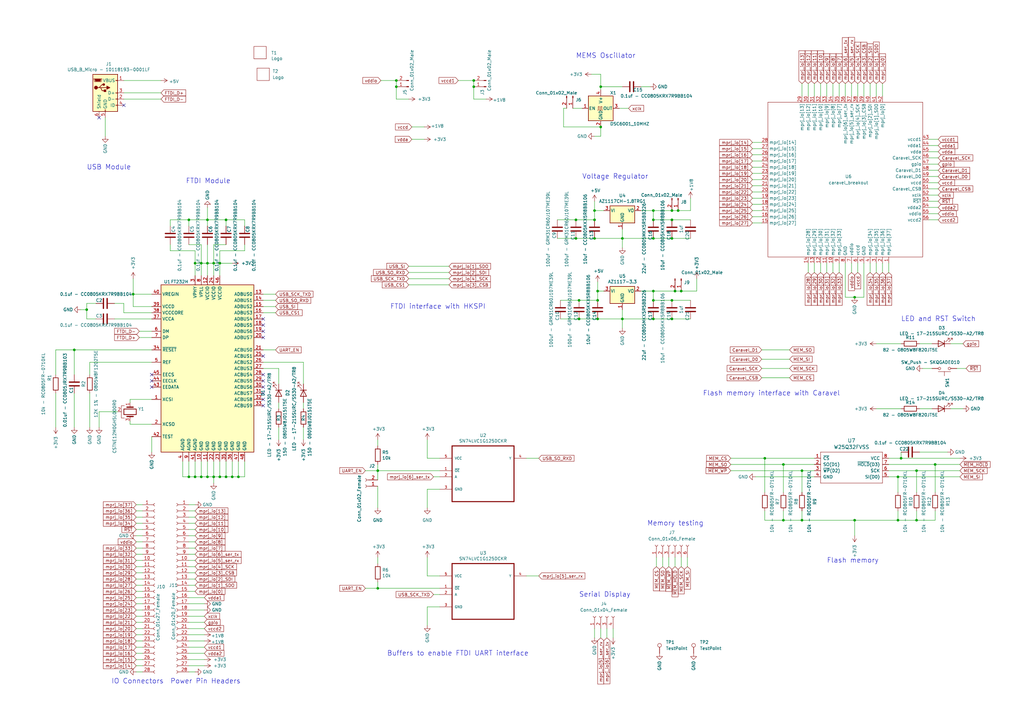
<source format=kicad_sch>
(kicad_sch (version 20211123) (generator eeschema)
  (paper "A3")
  (junction (at 375.92 213.36))
  (junction (at 246.38 35.56))
  (junction (at 245.11 123.19))
  (junction (at 275.59 86.36))
  (junction (at 267.97 130.81))
  (junction (at 97.79 195.58))
  (junction (at 246.38 52.07))
  (junction (at 276.86 119.38))
  (junction (at 237.49 123.19))
  (junction (at 85.09 90.17))
  (junction (at 245.11 119.38))
  (junction (at 85.09 195.58))
  (junction (at 368.3 195.58))
  (junction (at 243.84 86.36))
  (junction (at 236.22 97.79))
  (junction (at 30.48 143.51))
  (junction (at 368.3 213.36))
  (junction (at 328.93 213.36))
  (junction (at 375.92 193.04))
  (junction (at 85.09 107.95))
  (junction (at 267.97 97.79))
  (junction (at 267.97 90.17))
  (junction (at 278.13 86.36))
  (junction (at 313.69 187.96))
  (junction (at 154.94 241.3))
  (junction (at 92.71 195.58))
  (junction (at 77.47 195.58))
  (junction (at 243.84 97.79))
  (junction (at 245.11 130.81))
  (junction (at 77.47 90.17))
  (junction (at 275.59 130.81))
  (junction (at 87.63 195.58))
  (junction (at 383.54 190.5))
  (junction (at 87.63 107.95))
  (junction (at 54.61 120.65))
  (junction (at 275.59 123.19))
  (junction (at 194.31 33.02))
  (junction (at 162.56 33.02))
  (junction (at 350.52 213.36))
  (junction (at 267.97 119.38))
  (junction (at 255.27 97.79))
  (junction (at 35.56 127))
  (junction (at 267.97 123.19))
  (junction (at 237.49 130.81))
  (junction (at 350.52 121.92))
  (junction (at 90.17 195.58))
  (junction (at 243.84 90.17))
  (junction (at 236.22 90.17))
  (junction (at 82.55 195.58))
  (junction (at 328.93 193.04))
  (junction (at 275.59 90.17))
  (junction (at 275.59 97.79))
  (junction (at 90.17 107.95))
  (junction (at 194.31 35.56))
  (junction (at 267.97 86.36))
  (junction (at 80.01 107.95))
  (junction (at 162.56 35.56))
  (junction (at 154.94 193.04))
  (junction (at 369.57 187.96))
  (junction (at 279.4 119.38))
  (junction (at 321.31 190.5))
  (junction (at 95.25 195.58))
  (junction (at 80.01 195.58))
  (junction (at 321.31 213.36))
  (junction (at 92.71 90.17))
  (junction (at 82.55 107.95))
  (junction (at 255.27 130.81))
  (no_connect (at 107.95 138.43))
  (no_connect (at 107.95 133.35))
  (no_connect (at 62.23 158.75))
  (no_connect (at 62.23 153.67))
  (no_connect (at 62.23 156.21))
  (no_connect (at 107.95 130.81))
  (no_connect (at 107.95 146.05))
  (no_connect (at 107.95 135.89))
  (no_connect (at 40.64 48.26))
  (no_connect (at 50.8 43.18))
  (no_connect (at 107.95 163.83))
  (no_connect (at 107.95 158.75))
  (no_connect (at 107.95 156.21))
  (no_connect (at 107.95 161.29))
  (no_connect (at 107.95 166.37))
  (no_connect (at 107.95 153.67))
  (wire (pts (xy 22.86 161.29) (xy 22.86 175.26)))
  (wire (pts (xy 35.56 127) (xy 35.56 124.46)))
  (wire (pts (xy 359.41 111.76) (xy 359.41 107.95)))
  (wire (pts (xy 80.01 240.03) (xy 77.47 240.03)))
  (wire (pts (xy 312.42 151.13) (xy 323.85 151.13)))
  (wire (pts (xy 53.34 172.72) (xy 53.34 173.99)))
  (wire (pts (xy 54.61 120.65) (xy 62.23 120.65)))
  (wire (pts (xy 389.89 167.64) (xy 394.97 167.64)))
  (wire (pts (xy 180.34 187.96) (xy 175.26 187.96)))
  (wire (pts (xy 364.49 190.5) (xy 383.54 190.5)))
  (wire (pts (xy 55.88 252.73) (xy 58.42 252.73)))
  (wire (pts (xy 321.31 190.5) (xy 321.31 201.93)))
  (wire (pts (xy 30.48 143.51) (xy 62.23 143.51)))
  (wire (pts (xy 74.93 195.58) (xy 77.47 195.58)))
  (wire (pts (xy 346.71 39.37) (xy 346.71 34.29)))
  (wire (pts (xy 381 80.01) (xy 384.81 80.01)))
  (wire (pts (xy 58.42 237.49) (xy 55.88 237.49)))
  (wire (pts (xy 80.01 195.58) (xy 82.55 195.58)))
  (wire (pts (xy 90.17 113.03) (xy 90.17 107.95)))
  (wire (pts (xy 194.31 40.64) (xy 199.39 40.64)))
  (wire (pts (xy 100.33 90.17) (xy 100.33 92.71)))
  (wire (pts (xy 154.94 182.88) (xy 154.94 180.34)))
  (wire (pts (xy 229.87 130.81) (xy 237.49 130.81)))
  (wire (pts (xy 361.95 39.37) (xy 361.95 34.29)))
  (wire (pts (xy 90.17 107.95) (xy 90.17 102.87)))
  (wire (pts (xy 194.31 35.56) (xy 194.31 40.64)))
  (wire (pts (xy 361.95 111.76) (xy 361.95 107.95)))
  (wire (pts (xy 100.33 195.58) (xy 97.79 195.58)))
  (wire (pts (xy 321.31 209.55) (xy 321.31 213.36)))
  (wire (pts (xy 381 57.15) (xy 384.81 57.15)))
  (wire (pts (xy 154.94 208.28) (xy 154.94 199.39)))
  (wire (pts (xy 58.42 232.41) (xy 55.88 232.41)))
  (wire (pts (xy 124.46 180.34) (xy 124.46 175.26)))
  (wire (pts (xy 83.82 245.11) (xy 77.47 245.11)))
  (wire (pts (xy 381 82.55) (xy 384.81 82.55)))
  (wire (pts (xy 255.27 101.6) (xy 255.27 97.79)))
  (wire (pts (xy 275.59 123.19) (xy 283.21 123.19)))
  (wire (pts (xy 308.61 83.82) (xy 312.42 83.82)))
  (wire (pts (xy 46.99 124.46) (xy 50.8 124.46)))
  (wire (pts (xy 50.8 33.02) (xy 66.04 33.02)))
  (wire (pts (xy 246.38 36.83) (xy 246.38 35.56)))
  (wire (pts (xy 58.42 247.65) (xy 55.88 247.65)))
  (wire (pts (xy 124.46 148.59) (xy 107.95 148.59)))
  (wire (pts (xy 313.69 187.96) (xy 313.69 201.93)))
  (wire (pts (xy 359.41 39.37) (xy 359.41 34.29)))
  (wire (pts (xy 389.89 140.97) (xy 394.97 140.97)))
  (wire (pts (xy 275.59 86.36) (xy 278.13 86.36)))
  (wire (pts (xy 262.89 119.38) (xy 267.97 119.38)))
  (wire (pts (xy 80.01 102.87) (xy 69.85 102.87)))
  (wire (pts (xy 92.71 90.17) (xy 92.71 92.71)))
  (wire (pts (xy 80.01 214.63) (xy 77.47 214.63)))
  (wire (pts (xy 381 62.23) (xy 384.81 62.23)))
  (wire (pts (xy 92.71 189.23) (xy 92.71 195.58)))
  (wire (pts (xy 271.78 228.6) (xy 271.78 232.41)))
  (wire (pts (xy 334.01 111.76) (xy 334.01 107.95)))
  (wire (pts (xy 83.82 252.73) (xy 77.47 252.73)))
  (wire (pts (xy 85.09 195.58) (xy 87.63 195.58)))
  (wire (pts (xy 339.09 111.76) (xy 339.09 107.95)))
  (wire (pts (xy 55.88 270.51) (xy 58.42 270.51)))
  (wire (pts (xy 95.25 195.58) (xy 92.71 195.58)))
  (wire (pts (xy 87.63 100.33) (xy 92.71 100.33)))
  (wire (pts (xy 58.42 227.33) (xy 55.88 227.33)))
  (wire (pts (xy 175.26 256.54) (xy 175.26 248.92)))
  (wire (pts (xy 82.55 100.33) (xy 77.47 100.33)))
  (wire (pts (xy 168.91 52.07) (xy 173.99 52.07)))
  (wire (pts (xy 40.64 168.91) (xy 48.26 168.91)))
  (wire (pts (xy 299.72 187.96) (xy 313.69 187.96)))
  (wire (pts (xy 246.38 35.56) (xy 246.38 30.48)))
  (wire (pts (xy 383.54 213.36) (xy 383.54 209.55)))
  (wire (pts (xy 234.95 44.45) (xy 238.76 44.45)))
  (wire (pts (xy 30.48 161.29) (xy 30.48 175.26)))
  (wire (pts (xy 80.01 237.49) (xy 77.47 237.49)))
  (wire (pts (xy 167.64 111.76) (xy 184.15 111.76)))
  (wire (pts (xy 90.17 102.87) (xy 100.33 102.87)))
  (wire (pts (xy 50.8 128.27) (xy 62.23 128.27)))
  (wire (pts (xy 77.47 262.89) (xy 83.82 262.89)))
  (wire (pts (xy 175.26 180.34) (xy 175.26 187.96)))
  (wire (pts (xy 175.26 200.66) (xy 180.34 200.66)))
  (wire (pts (xy 58.42 242.57) (xy 55.88 242.57)))
  (wire (pts (xy 274.32 228.6) (xy 274.32 232.41)))
  (wire (pts (xy 80.01 217.17) (xy 77.47 217.17)))
  (wire (pts (xy 58.42 217.17) (xy 55.88 217.17)))
  (wire (pts (xy 308.61 66.04) (xy 312.42 66.04)))
  (wire (pts (xy 308.61 78.74) (xy 312.42 78.74)))
  (wire (pts (xy 77.47 265.43) (xy 83.82 265.43)))
  (wire (pts (xy 85.09 107.95) (xy 85.09 100.33)))
  (wire (pts (xy 83.82 273.05) (xy 77.47 273.05)))
  (wire (pts (xy 383.54 190.5) (xy 393.7 190.5)))
  (wire (pts (xy 267.97 123.19) (xy 275.59 123.19)))
  (wire (pts (xy 369.57 185.42) (xy 369.57 187.96)))
  (wire (pts (xy 243.84 86.36) (xy 243.84 82.55)))
  (wire (pts (xy 381 69.85) (xy 384.81 69.85)))
  (wire (pts (xy 341.63 39.37) (xy 341.63 34.29)))
  (wire (pts (xy 180.34 236.22) (xy 175.26 236.22)))
  (wire (pts (xy 275.59 90.17) (xy 267.97 90.17)))
  (wire (pts (xy 356.87 111.76) (xy 356.87 107.95)))
  (wire (pts (xy 312.42 154.94) (xy 323.85 154.94)))
  (wire (pts (xy 100.33 102.87) (xy 100.33 100.33)))
  (wire (pts (xy 255.27 97.79) (xy 255.27 93.98)))
  (wire (pts (xy 55.88 262.89) (xy 58.42 262.89)))
  (wire (pts (xy 368.3 213.36) (xy 375.92 213.36)))
  (wire (pts (xy 246.38 30.48) (xy 242.57 30.48)))
  (wire (pts (xy 80.01 209.55) (xy 77.47 209.55)))
  (wire (pts (xy 77.47 260.35) (xy 83.82 260.35)))
  (wire (pts (xy 313.69 213.36) (xy 321.31 213.36)))
  (wire (pts (xy 180.34 241.3) (xy 154.94 241.3)))
  (wire (pts (xy 177.8 195.58) (xy 180.34 195.58)))
  (wire (pts (xy 237.49 130.81) (xy 245.11 130.81)))
  (wire (pts (xy 69.85 102.87) (xy 69.85 100.33)))
  (wire (pts (xy 243.84 97.79) (xy 255.27 97.79)))
  (wire (pts (xy 154.94 196.85) (xy 154.94 193.04)))
  (wire (pts (xy 83.82 250.19) (xy 77.47 250.19)))
  (wire (pts (xy 58.42 250.19) (xy 55.88 250.19)))
  (wire (pts (xy 344.17 111.76) (xy 344.17 107.95)))
  (wire (pts (xy 231.14 44.45) (xy 232.41 44.45)))
  (wire (pts (xy 154.94 193.04) (xy 149.86 193.04)))
  (wire (pts (xy 381 77.47) (xy 384.81 77.47)))
  (wire (pts (xy 82.55 189.23) (xy 82.55 195.58)))
  (wire (pts (xy 276.86 119.38) (xy 279.4 119.38)))
  (wire (pts (xy 85.09 113.03) (xy 85.09 107.95)))
  (wire (pts (xy 308.61 58.42) (xy 312.42 58.42)))
  (wire (pts (xy 114.3 167.64) (xy 114.3 165.1)))
  (wire (pts (xy 375.92 193.04) (xy 393.7 193.04)))
  (wire (pts (xy 162.56 40.64) (xy 167.64 40.64)))
  (wire (pts (xy 313.69 213.36) (xy 313.69 209.55)))
  (wire (pts (xy 267.97 130.81) (xy 255.27 130.81)))
  (wire (pts (xy 194.31 33.02) (xy 194.31 35.56)))
  (wire (pts (xy 383.54 190.5) (xy 383.54 201.93)))
  (wire (pts (xy 392.43 151.13) (xy 396.24 151.13)))
  (wire (pts (xy 62.23 185.42) (xy 62.23 179.07)))
  (wire (pts (xy 80.01 224.79) (xy 77.47 224.79)))
  (wire (pts (xy 381 67.31) (xy 384.81 67.31)))
  (wire (pts (xy 80.01 212.09) (xy 77.47 212.09)))
  (wire (pts (xy 349.25 111.76) (xy 349.25 107.95)))
  (wire (pts (xy 247.65 119.38) (xy 245.11 119.38)))
  (wire (pts (xy 83.82 255.27) (xy 77.47 255.27)))
  (wire (pts (xy 308.61 81.28) (xy 312.42 81.28)))
  (wire (pts (xy 381 90.17) (xy 384.81 90.17)))
  (wire (pts (xy 328.93 39.37) (xy 328.93 34.29)))
  (wire (pts (xy 276.86 228.6) (xy 276.86 232.41)))
  (wire (pts (xy 236.22 97.79) (xy 243.84 97.79)))
  (wire (pts (xy 177.8 243.84) (xy 180.34 243.84)))
  (wire (pts (xy 341.63 111.76) (xy 341.63 107.95)))
  (wire (pts (xy 245.11 130.81) (xy 255.27 130.81)))
  (wire (pts (xy 267.97 86.36) (xy 275.59 86.36)))
  (wire (pts (xy 187.96 33.02) (xy 194.31 33.02)))
  (wire (pts (xy 77.47 207.01) (xy 80.01 207.01)))
  (wire (pts (xy 97.79 195.58) (xy 95.25 195.58)))
  (wire (pts (xy 55.88 257.81) (xy 58.42 257.81)))
  (wire (pts (xy 255.27 127) (xy 255.27 130.81)))
  (wire (pts (xy 55.88 267.97) (xy 58.42 267.97)))
  (wire (pts (xy 215.9 236.22) (xy 220.98 236.22)))
  (wire (pts (xy 62.23 130.81) (xy 46.99 130.81)))
  (wire (pts (xy 124.46 148.59) (xy 124.46 157.48)))
  (wire (pts (xy 54.61 114.3) (xy 54.61 120.65)))
  (wire (pts (xy 87.63 113.03) (xy 87.63 107.95)))
  (wire (pts (xy 90.17 195.58) (xy 87.63 195.58)))
  (wire (pts (xy 124.46 167.64) (xy 124.46 165.1)))
  (wire (pts (xy 275.59 90.17) (xy 283.21 90.17)))
  (wire (pts (xy 269.24 228.6) (xy 269.24 232.41)))
  (wire (pts (xy 245.11 115.57) (xy 245.11 119.38)))
  (wire (pts (xy 77.47 90.17) (xy 85.09 90.17)))
  (wire (pts (xy 58.42 219.71) (xy 55.88 219.71)))
  (wire (pts (xy 83.82 247.65) (xy 77.47 247.65)))
  (wire (pts (xy 267.97 130.81) (xy 275.59 130.81)))
  (wire (pts (xy 312.42 143.51) (xy 323.85 143.51)))
  (wire (pts (xy 237.49 123.19) (xy 245.11 123.19)))
  (wire (pts (xy 351.79 39.37) (xy 351.79 34.29)))
  (wire (pts (xy 350.52 219.71) (xy 350.52 213.36)))
  (wire (pts (xy 215.9 187.96) (xy 220.98 187.96)))
  (wire (pts (xy 35.56 130.81) (xy 39.37 130.81)))
  (wire (pts (xy 331.47 111.76) (xy 331.47 107.95)))
  (wire (pts (xy 85.09 107.95) (xy 87.63 107.95)))
  (wire (pts (xy 58.42 224.79) (xy 55.88 224.79)))
  (wire (pts (xy 77.47 90.17) (xy 69.85 90.17)))
  (wire (pts (xy 92.71 90.17) (xy 100.33 90.17)))
  (wire (pts (xy 336.55 111.76) (xy 336.55 107.95)))
  (wire (pts (xy 77.47 270.51) (xy 83.82 270.51)))
  (wire (pts (xy 82.55 195.58) (xy 85.09 195.58)))
  (wire (pts (xy 381 64.77) (xy 384.81 64.77)))
  (wire (pts (xy 308.61 91.44) (xy 312.42 91.44)))
  (wire (pts (xy 82.55 107.95) (xy 85.09 107.95)))
  (wire (pts (xy 368.3 195.58) (xy 393.7 195.58)))
  (wire (pts (xy 246.38 55.88) (xy 246.38 52.07)))
  (wire (pts (xy 55.88 273.05) (xy 58.42 273.05)))
  (wire (pts (xy 267.97 97.79) (xy 275.59 97.79)))
  (wire (pts (xy 77.47 257.81) (xy 83.82 257.81)))
  (wire (pts (xy 85.09 90.17) (xy 92.71 90.17)))
  (wire (pts (xy 36.83 153.67) (xy 36.83 148.59)))
  (wire (pts (xy 80.01 222.25) (xy 77.47 222.25)))
  (wire (pts (xy 267.97 123.19) (xy 267.97 119.38)))
  (wire (pts (xy 80.01 189.23) (xy 80.01 195.58)))
  (wire (pts (xy 279.4 119.38) (xy 285.75 119.38)))
  (wire (pts (xy 114.3 180.34) (xy 114.3 175.26)))
  (wire (pts (xy 167.64 109.22) (xy 184.15 109.22)))
  (wire (pts (xy 267.97 119.38) (xy 276.86 119.38)))
  (wire (pts (xy 381 72.39) (xy 384.81 72.39)))
  (wire (pts (xy 175.26 208.28) (xy 175.26 200.66)))
  (wire (pts (xy 58.42 245.11) (xy 55.88 245.11)))
  (wire (pts (xy 328.93 213.36) (xy 350.52 213.36)))
  (wire (pts (xy 328.93 193.04) (xy 328.93 201.93)))
  (wire (pts (xy 58.42 209.55) (xy 55.88 209.55)))
  (wire (pts (xy 285.75 114.3) (xy 285.75 119.38)))
  (wire (pts (xy 36.83 161.29) (xy 36.83 175.26)))
  (wire (pts (xy 381 85.09) (xy 384.81 85.09)))
  (wire (pts (xy 336.55 39.37) (xy 336.55 34.29)))
  (wire (pts (xy 58.42 275.59) (xy 55.88 275.59)))
  (wire (pts (xy 369.57 187.96) (xy 393.7 187.96)))
  (wire (pts (xy 231.14 44.45) (xy 231.14 52.07)))
  (wire (pts (xy 80.01 227.33) (xy 77.47 227.33)))
  (wire (pts (xy 87.63 107.95) (xy 90.17 107.95)))
  (wire (pts (xy 58.42 229.87) (xy 55.88 229.87)))
  (wire (pts (xy 30.48 153.67) (xy 30.48 143.51)))
  (wire (pts (xy 54.61 125.73) (xy 62.23 125.73)))
  (wire (pts (xy 381 74.93) (xy 384.81 74.93)))
  (wire (pts (xy 243.84 86.36) (xy 247.65 86.36)))
  (wire (pts (xy 308.61 71.12) (xy 312.42 71.12)))
  (wire (pts (xy 85.09 92.71) (xy 85.09 90.17)))
  (wire (pts (xy 80.01 242.57) (xy 77.47 242.57)))
  (wire (pts (xy 262.89 86.36) (xy 267.97 86.36)))
  (wire (pts (xy 55.88 265.43) (xy 58.42 265.43)))
  (wire (pts (xy 90.17 107.95) (xy 95.25 107.95)))
  (wire (pts (xy 80.01 107.95) (xy 82.55 107.95)))
  (wire (pts (xy 154.94 241.3) (xy 149.86 241.3)))
  (wire (pts (xy 243.84 90.17) (xy 243.84 86.36)))
  (wire (pts (xy 308.61 68.58) (xy 312.42 68.58)))
  (wire (pts (xy 36.83 148.59) (xy 62.23 148.59)))
  (wire (pts (xy 346.71 107.95) (xy 346.71 121.92)))
  (wire (pts (xy 43.18 48.26) (xy 43.18 55.88)))
  (wire (pts (xy 313.69 187.96) (xy 334.01 187.96)))
  (wire (pts (xy 351.79 111.76) (xy 351.79 107.95)))
  (wire (pts (xy 154.94 190.5) (xy 154.94 193.04)))
  (wire (pts (xy 229.87 123.19) (xy 237.49 123.19)))
  (wire (pts (xy 334.01 39.37) (xy 334.01 34.29)))
  (wire (pts (xy 255.27 97.79) (xy 267.97 97.79)))
  (wire (pts (xy 243.84 257.81) (xy 243.84 261.62)))
  (wire (pts (xy 262.89 35.56) (xy 266.7 35.56)))
  (wire (pts (xy 368.3 195.58) (xy 368.3 201.93)))
  (wire (pts (xy 236.22 90.17) (xy 243.84 90.17)))
  (wire (pts (xy 243.84 55.88) (xy 246.38 55.88)))
  (wire (pts (xy 35.56 124.46) (xy 39.37 124.46)))
  (wire (pts (xy 77.47 275.59) (xy 80.01 275.59)))
  (wire (pts (xy 82.55 107.95) (xy 82.55 100.33)))
  (wire (pts (xy 228.6 97.79) (xy 236.22 97.79)))
  (wire (pts (xy 364.49 193.04) (xy 375.92 193.04)))
  (wire (pts (xy 82.55 113.03) (xy 82.55 107.95)))
  (wire (pts (xy 87.63 189.23) (xy 87.63 195.58)))
  (wire (pts (xy 378.46 151.13) (xy 382.27 151.13)))
  (wire (pts (xy 57.15 135.89) (xy 62.23 135.89)))
  (wire (pts (xy 107.95 143.51) (xy 113.03 143.51)))
  (wire (pts (xy 90.17 189.23) (xy 90.17 195.58)))
  (wire (pts (xy 339.09 39.37) (xy 339.09 34.29)))
  (wire (pts (xy 275.59 130.81) (xy 283.21 130.81)))
  (wire (pts (xy 175.26 248.92) (xy 180.34 248.92)))
  (wire (pts (xy 283.21 81.28) (xy 283.21 86.36)))
  (wire (pts (xy 248.92 257.81) (xy 248.92 261.62)))
  (wire (pts (xy 58.42 222.25) (xy 55.88 222.25)))
  (wire (pts (xy 80.01 229.87) (xy 77.47 229.87)))
  (wire (pts (xy 33.02 127) (xy 35.56 127)))
  (wire (pts (xy 107.95 128.27) (xy 113.03 128.27)))
  (wire (pts (xy 364.49 111.76) (xy 364.49 107.95)))
  (wire (pts (xy 77.47 267.97) (xy 83.82 267.97)))
  (wire (pts (xy 346.71 121.92) (xy 350.52 121.92)))
  (wire (pts (xy 107.95 125.73) (xy 113.03 125.73)))
  (wire (pts (xy 80.01 232.41) (xy 77.47 232.41)))
  (wire (pts (xy 53.34 173.99) (xy 62.23 173.99)))
  (wire (pts (xy 58.42 212.09) (xy 55.88 212.09)))
  (wire (pts (xy 77.47 189.23) (xy 77.47 195.58)))
  (wire (pts (xy 350.52 213.36) (xy 368.3 213.36)))
  (wire (pts (xy 251.46 257.81) (xy 251.46 261.62)))
  (wire (pts (xy 50.8 40.64) (xy 66.04 40.64)))
  (wire (pts (xy 354.33 121.92) (xy 354.33 107.95)))
  (wire (pts (xy 77.47 195.58) (xy 80.01 195.58)))
  (wire (pts (xy 156.21 33.02) (xy 162.56 33.02)))
  (wire (pts (xy 54.61 120.65) (xy 54.61 125.73)))
  (wire (pts (xy 246.38 257.81) (xy 246.38 261.62)))
  (wire (pts (xy 308.61 60.96) (xy 312.42 60.96)))
  (wire (pts (xy 53.34 165.1) (xy 53.34 163.83)))
  (wire (pts (xy 100.33 189.23) (xy 100.33 195.58)))
  (wire (pts (xy 22.86 153.67) (xy 22.86 143.51)))
  (wire (pts (xy 308.61 73.66) (xy 312.42 73.66)))
  (wire (pts (xy 281.94 228.6) (xy 281.94 232.41)))
  (wire (pts (xy 22.86 143.51) (xy 30.48 143.51)))
  (wire (pts (xy 50.8 124.46) (xy 50.8 128.27)))
  (wire (pts (xy 85.09 90.17) (xy 85.09 85.09)))
  (wire (pts (xy 279.4 228.6) (xy 279.4 232.41)))
  (wire (pts (xy 55.88 260.35) (xy 58.42 260.35)))
  (wire (pts (xy 321.31 190.5) (xy 334.01 190.5)))
  (wire (pts (xy 114.3 151.13) (xy 114.3 157.48)))
  (wire (pts (xy 359.41 167.64) (xy 369.57 167.64)))
  (wire (pts (xy 375.92 213.36) (xy 383.54 213.36)))
  (wire (pts (xy 175.26 228.6) (xy 175.26 236.22)))
  (wire (pts (xy 344.17 39.37) (xy 344.17 34.29)))
  (wire (pts (xy 246.38 35.56) (xy 255.27 35.56)))
  (wire (pts (xy 107.95 123.19) (xy 113.03 123.19)))
  (wire (pts (xy 309.88 195.58) (xy 334.01 195.58)))
  (wire (pts (xy 80.01 219.71) (xy 77.47 219.71)))
  (wire (pts (xy 228.6 90.17) (xy 236.22 90.17)))
  (wire (pts (xy 58.42 207.01) (xy 55.88 207.01)))
  (wire (pts (xy 92.71 195.58) (xy 90.17 195.58)))
  (wire (pts (xy 278.13 86.36) (xy 283.21 86.36)))
  (wire (pts (xy 231.14 52.07) (xy 246.38 52.07)))
  (wire (pts (xy 87.63 198.12) (xy 87.63 195.58)))
  (wire (pts (xy 35.56 127) (xy 35.56 130.81)))
  (wire (pts (xy 328.93 193.04) (xy 334.01 193.04)))
  (wire (pts (xy 349.25 39.37) (xy 349.25 34.29)))
  (wire (pts (xy 168.91 57.15) (xy 173.99 57.15)))
  (wire (pts (xy 308.61 63.5) (xy 312.42 63.5)))
  (wire (pts (xy 245.11 119.38) (xy 245.11 123.19)))
  (wire (pts (xy 162.56 33.02) (xy 162.56 35.56)))
  (wire (pts (xy 356.87 39.37) (xy 356.87 34.29)))
  (wire (pts (xy 375.92 209.55) (xy 375.92 213.36)))
  (wire (pts (xy 255.27 130.81) (xy 255.27 134.62)))
  (wire (pts (xy 154.94 238.76) (xy 154.94 241.3)))
  (wire (pts (xy 377.19 185.42) (xy 388.62 185.42)))
  (wire (pts (xy 267.97 86.36) (xy 267.97 90.17)))
  (wire (pts (xy 308.61 86.36) (xy 312.42 86.36)))
  (wire (pts (xy 299.72 193.04) (xy 328.93 193.04)))
  (wire (pts (xy 87.63 107.95) (xy 87.63 100.33)))
  (wire (pts (xy 331.47 39.37) (xy 331.47 34.29)))
  (wire (pts (xy 275.59 97.79) (xy 283.21 97.79)))
  (wire (pts (xy 58.42 214.63) (xy 55.88 214.63)))
  (wire (pts (xy 154.94 231.14) (xy 154.94 228.6)))
  (wire (pts (xy 364.49 195.58) (xy 368.3 195.58)))
  (wire (pts (xy 74.93 189.23) (xy 74.93 195.58)))
  (wire (pts (xy 80.01 107.95) (xy 80.01 113.03)))
  (wire (pts (xy 180.34 193.04) (xy 154.94 193.04)))
  (wire (pts (xy 50.8 38.1) (xy 66.04 38.1)))
  (wire (pts (xy 377.19 140.97) (xy 382.27 140.97)))
  (wire (pts (xy 359.41 140.97) (xy 369.57 140.97)))
  (wire (pts (xy 85.09 189.23) (xy 85.09 195.58)))
  (wire (pts (xy 95.25 189.23) (xy 95.25 195.58)))
  (wire (pts (xy 350.52 121.92) (xy 354.33 121.92)))
  (wire (pts (xy 312.42 147.32) (xy 323.85 147.32)))
  (wire (pts (xy 53.34 163.83) (xy 62.23 163.83)))
  (wire (pts (xy 377.19 167.64) (xy 382.27 167.64)))
  (wire (pts (xy 58.42 240.03) (xy 55.88 240.03)))
  (wire (pts (xy 40.64 175.26) (xy 40.64 168.91)))
  (wire (pts (xy 184.15 114.3) (xy 167.64 114.3)))
  (wire (pts (xy 381 87.63) (xy 384.81 87.63)))
  (wire (pts (xy 308.61 88.9) (xy 312.42 88.9)))
  (wire (pts (xy 308.61 76.2) (xy 312.42 76.2)))
  (wire (pts (xy 354.33 39.37) (xy 354.33 34.29)))
  (wire (pts (xy 299.72 190.5) (xy 321.31 190.5)))
  (wire (pts (xy 375.92 193.04) (xy 375.92 201.93)))
  (wire (pts (xy 381 59.69) (xy 384.81 59.69)))
  (wire (pts (xy 69.85 90.17) (xy 69.85 92.71)))
  (wire (pts (xy 77.47 92.71) (xy 77.47 90.17)))
  (wire (pts (xy 58.42 234.95) (xy 55.88 234.95)))
  (wire (pts (xy 107.95 120.65) (xy 113.03 120.65)))
  (wire (pts (xy 167.64 116.84) (xy 184.15 116.84)))
  (wire (pts (xy 80.01 234.95) (xy 77.47 234.95)))
  (wire (pts (xy 57.15 138.43) (xy 62.23 138.43)))
  (wire (pts (xy 97.79 189.23) (xy 97.79 195.58)))
  (wire (pts (xy 162.56 35.56) (xy 162.56 40.64)))
  (wire (pts (xy 80.01 102.87) (xy 80.01 107.95)))
  (wire (pts (xy 321.31 213.36) (xy 328.93 213.36)))
  (wire (pts (xy 368.3 209.55) (xy 368.3 213.36)))
  (wire (pts (xy 364.49 187.96) (xy 369.57 187.96)))
  (wire (pts (xy 55.88 255.27) (xy 58.42 255.27)))
  (wire (pts (xy 328.93 209.55) (xy 328.93 213.36)))
  (wire (pts (xy 254 44.45) (xy 257.81 44.45)))
  (wire (pts (xy 114.3 151.13) (xy 107.95 151.13)))
  (text "Serial Display" (at 237.49 245.11 0) (effects (font (size 2 2)) (justify left bottom)))
  (text "LED and RST Switch\n" (at 369.57 132.08 0) (effects (font (size 2 2)) (justify left bottom)))
  (text "Flash memory interface with Caravel\n" (at 288.29 162.56 0) (effects (font (size 2 2)) (justify left bottom)))
  (text "Flash memory" (at 339.09 231.14 0) (effects (font (size 2 2)) (justify left bottom)))
  (text "Memory testing" (at 265.43 215.9 0) (effects (font (size 2 2)) (justify left bottom)))
  (text "FTDI interface with HKSPI\n" (at 160.02 127 0) (effects (font (size 2 2)) (justify left bottom)))
  (text "Power Pin Headers" (at 69.85 280.67 0) (effects (font (size 2 2)) (justify left bottom)))
  (text "Voltage Regulator\n" (at 238.76 73.66 0) (effects (font (size 2 2)) (justify left bottom)))
  (text "IO Connectors\n" (at 45.72 280.67 0) (effects (font (size 2 2)) (justify left bottom)))
  (text "FTDI Module\n\n" (at 76.2 78.74 0) (effects (font (size 2 2)) (justify left bottom)))
  (text "USB Module\n" (at 35.56 69.85 0) (effects (font (size 2 2)) (justify left bottom)))
  (text "MEMS Oscillator" (at 236.22 24.13 0) (effects (font (size 2 2)) (justify left bottom)))
  (text "Buffers to enable FTDI UART interface" (at 158.75 269.24 0) (effects (font (size 2 2)) (justify left bottom)))
  (global_label "mprj_io[18]" (shape input) (at 308.61 68.58 180) (property "Intersheet References" "${INTERSHEET_REFS}" (effects hide)))
  (global_label "mprj_io[5]_ser_rx" (shape input) (at 246.38 261.62 270) (property "Intersheet References" "${INTERSHEET_REFS}" (effects hide)))
  (global_label "Caravel_D0" (shape input) (at 384.81 72.39 0) (property "Intersheet References" "${INTERSHEET_REFS}" (effects hide)))
  (global_label "mprj_io[9]" (shape input) (at 339.09 34.29 90) (property "Intersheet References" "${INTERSHEET_REFS}" (effects hide)))
  (global_label "mprj_io[36]" (shape input) (at 361.95 111.76 270) (property "Intersheet References" "${INTERSHEET_REFS}" (effects hide)))
  (global_label "mprj_io[9]" (shape input) (at 80.01 219.71 0) (property "Intersheet References" "${INTERSHEET_REFS}" (effects hide)))
  (global_label "xclk" (shape input) (at 83.82 252.73 0) (property "Intersheet References" "${INTERSHEET_REFS}" (effects hide)))
  (global_label "MEM_SCK" (shape input) (at 323.85 151.13 0) (property "Intersheet References" "${INTERSHEET_REFS}" (effects hide)))
  (global_label "mprj_io[3]_CSB" (shape input) (at 184.15 116.84 0) (property "Intersheet References" "${INTERSHEET_REFS}" (effects hide)))
  (global_label "MEM_SI" (shape input) (at 281.94 232.41 270) (property "Intersheet References" "${INTERSHEET_REFS}" (effects hide)))
  (global_label "mprj_io[2]_SDI" (shape input) (at 80.01 237.49 0) (property "Intersheet References" "${INTERSHEET_REFS}" (effects hide)))
  (global_label "~{MEM_WP}" (shape input) (at 274.32 232.41 270) (property "Intersheet References" "${INTERSHEET_REFS}" (effects hide)))
  (global_label "USB_CS1" (shape input) (at 167.64 116.84 180) (property "Intersheet References" "${INTERSHEET_REFS}" (effects hide)))
  (global_label "UART_EN" (shape input) (at 149.86 193.04 180) (property "Intersheet References" "${INTERSHEET_REFS}" (effects hide)))
  (global_label "mprj_io[33]" (shape input) (at 55.88 224.79 180) (property "Intersheet References" "${INTERSHEET_REFS}" (effects hide)))
  (global_label "mprj_io[22]" (shape input) (at 308.61 78.74 180) (property "Intersheet References" "${INTERSHEET_REFS}" (effects hide)))
  (global_label "mprj_io[35]" (shape input) (at 359.41 111.76 270) (property "Intersheet References" "${INTERSHEET_REFS}" (effects hide)))
  (global_label "MEM_SCK" (shape input) (at 393.7 193.04 0) (property "Intersheet References" "${INTERSHEET_REFS}" (effects hide)))
  (global_label "mprj_io[29]" (shape input) (at 55.88 234.95 180) (property "Intersheet References" "${INTERSHEET_REFS}" (effects hide)))
  (global_label "vdda1" (shape input) (at 83.82 245.11 0) (property "Intersheet References" "${INTERSHEET_REFS}" (effects hide)))
  (global_label "gpio" (shape input) (at 83.82 255.27 0) (property "Intersheet References" "${INTERSHEET_REFS}" (effects hide)))
  (global_label "vddio" (shape input) (at 349.25 111.76 270) (property "Intersheet References" "${INTERSHEET_REFS}" (effects hide)))
  (global_label "~{RST}" (shape input) (at 396.24 151.13 0) (property "Intersheet References" "${INTERSHEET_REFS}" (effects hide)))
  (global_label "mprj_io[0]" (shape input) (at 80.01 242.57 0) (property "Intersheet References" "${INTERSHEET_REFS}" (effects hide)))
  (global_label "vccd2" (shape input) (at 384.81 90.17 0) (property "Intersheet References" "${INTERSHEET_REFS}" (effects hide)))
  (global_label "vccd1" (shape input) (at 187.96 33.02 180) (property "Intersheet References" "${INTERSHEET_REFS}" (effects hide)))
  (global_label "mprj_io[16]" (shape input) (at 55.88 267.97 180) (property "Intersheet References" "${INTERSHEET_REFS}" (effects hide)))
  (global_label "mprj_io[10]" (shape input) (at 80.01 217.17 0) (property "Intersheet References" "${INTERSHEET_REFS}" (effects hide)))
  (global_label "USB_SI" (shape input) (at 113.03 125.73 0) (property "Intersheet References" "${INTERSHEET_REFS}" (effects hide)))
  (global_label "mprj_io[32]" (shape input) (at 55.88 227.33 180) (property "Intersheet References" "${INTERSHEET_REFS}" (effects hide)))
  (global_label "mprj_io[37]" (shape input) (at 55.88 207.01 180) (property "Intersheet References" "${INTERSHEET_REFS}" (effects hide)))
  (global_label "mprj_io[19]" (shape input) (at 308.61 71.12 180) (property "Intersheet References" "${INTERSHEET_REFS}" (effects hide)))
  (global_label "MEM_SO" (shape input) (at 299.72 190.5 180) (property "Intersheet References" "${INTERSHEET_REFS}" (effects hide)))
  (global_label "FTDI_D+" (shape input) (at 66.04 38.1 0) (property "Intersheet References" "${INTERSHEET_REFS}" (effects hide)))
  (global_label "mprj_io[17]" (shape input) (at 308.61 66.04 180) (property "Intersheet References" "${INTERSHEET_REFS}" (effects hide)))
  (global_label "mprj_io[8]" (shape input) (at 80.01 222.25 0) (property "Intersheet References" "${INTERSHEET_REFS}" (effects hide)))
  (global_label "mprj_io[11]" (shape input) (at 334.01 34.29 90) (property "Intersheet References" "${INTERSHEET_REFS}" (effects hide)))
  (global_label "vddio" (shape input) (at 55.88 222.25 180) (property "Intersheet References" "${INTERSHEET_REFS}" (effects hide)))
  (global_label "mprj_io[2]_SDI" (shape input) (at 356.87 34.29 90) (property "Intersheet References" "${INTERSHEET_REFS}" (effects hide)))
  (global_label "mprj_io[6]_ser_tx" (shape input) (at 346.71 34.29 90) (property "Intersheet References" "${INTERSHEET_REFS}" (effects hide)))
  (global_label "mprj_io[4]_SCK" (shape input) (at 184.15 114.3 0) (property "Intersheet References" "${INTERSHEET_REFS}" (effects hide)))
  (global_label "mprj_io[33]" (shape input) (at 344.17 111.76 270) (property "Intersheet References" "${INTERSHEET_REFS}" (effects hide)))
  (global_label "mprj_io[10]" (shape input) (at 336.55 34.29 90) (property "Intersheet References" "${INTERSHEET_REFS}" (effects hide)))
  (global_label "USB_SO_RXD" (shape input) (at 113.03 123.19 0) (property "Intersheet References" "${INTERSHEET_REFS}" (effects hide)))
  (global_label "~{RST}" (shape input) (at 55.88 217.17 180) (property "Intersheet References" "${INTERSHEET_REFS}" (effects hide)))
  (global_label "mprj_io[13]" (shape input) (at 80.01 209.55 0) (property "Intersheet References" "${INTERSHEET_REFS}" (effects hide)))
  (global_label "mprj_io[7]" (shape input) (at 344.17 34.29 90) (property "Intersheet References" "${INTERSHEET_REFS}" (effects hide)))
  (global_label "UART_EN" (shape input) (at 149.86 241.3 180) (property "Intersheet References" "${INTERSHEET_REFS}" (effects hide)))
  (global_label "mprj_io[31]" (shape input) (at 55.88 229.87 180) (property "Intersheet References" "${INTERSHEET_REFS}" (effects hide)))
  (global_label "gpio" (shape input) (at 394.97 140.97 0) (property "Intersheet References" "${INTERSHEET_REFS}" (effects hide)))
  (global_label "mprj_io[23]" (shape input) (at 308.61 81.28 180) (property "Intersheet References" "${INTERSHEET_REFS}" (effects hide)))
  (global_label "mprj_io[11]" (shape input) (at 80.01 214.63 0) (property "Intersheet References" "${INTERSHEET_REFS}" (effects hide)))
  (global_label "vccd" (shape input) (at 351.79 111.76 270) (property "Intersheet References" "${INTERSHEET_REFS}" (effects hide)))
  (global_label "vccd" (shape input) (at 168.91 52.07 180) (property "Intersheet References" "${INTERSHEET_REFS}" (effects hide)))
  (global_label "USB_SCK_TXD" (shape input) (at 167.64 114.3 180) (property "Intersheet References" "${INTERSHEET_REFS}" (effects hide)))
  (global_label "mprj_io[20]" (shape input) (at 55.88 257.81 180) (property "Intersheet References" "${INTERSHEET_REFS}" (effects hide)))
  (global_label "Caravel_SCK" (shape input) (at 384.81 64.77 0) (property "Intersheet References" "${INTERSHEET_REFS}" (effects hide)))
  (global_label "UART_EN" (shape input) (at 113.03 143.51 0) (property "Intersheet References" "${INTERSHEET_REFS}" (effects hide)))
  (global_label "vddio" (shape input) (at 156.21 33.02 180) (property "Intersheet References" "${INTERSHEET_REFS}" (effects hide)))
  (global_label "vccd2" (shape input) (at 83.82 257.81 0) (property "Intersheet References" "${INTERSHEET_REFS}" (effects hide)))
  (global_label "mprj_io[12]" (shape input) (at 331.47 34.29 90) (property "Intersheet References" "${INTERSHEET_REFS}" (effects hide)))
  (global_label "mprj_io[0]" (shape input) (at 361.95 34.29 90) (property "Intersheet References" "${INTERSHEET_REFS}" (effects hide)))
  (global_label "mprj_io[5]_ser_rx" (shape input) (at 220.98 236.22 0) (property "Intersheet References" "${INTERSHEET_REFS}" (effects hide)))
  (global_label "mprj_io[31]" (shape input) (at 339.09 111.76 270) (property "Intersheet References" "${INTERSHEET_REFS}" (effects hide)))
  (global_label "mprj_io[37]" (shape input) (at 364.49 111.76 270) (property "Intersheet References" "${INTERSHEET_REFS}" (effects hide)))
  (global_label "mprj_io[21]" (shape input) (at 55.88 255.27 180) (property "Intersheet References" "${INTERSHEET_REFS}" (effects hide)))
  (global_label "vdda1" (shape input) (at 384.81 59.69 0) (property "Intersheet References" "${INTERSHEET_REFS}" (effects hide)))
  (global_label "mprj_io[36]" (shape input) (at 55.88 209.55 180) (property "Intersheet References" "${INTERSHEET_REFS}" (effects hide)))
  (global_label "FTDI_D-" (shape input) (at 66.04 40.64 0) (property "Intersheet References" "${INTERSHEET_REFS}" (effects hide)))
  (global_label "mprj_io[6]_ser_tx" (shape input) (at 248.92 261.62 270) (property "Intersheet References" "${INTERSHEET_REFS}" (effects hide)))
  (global_label "mprj_io[4]_SCK" (shape input) (at 80.01 232.41 0) (property "Intersheet References" "${INTERSHEET_REFS}" (effects hide)))
  (global_label "mprj_io[26]" (shape input) (at 55.88 242.57 180) (property "Intersheet References" "${INTERSHEET_REFS}" (effects hide)))
  (global_label "mprj_io[34]" (shape input) (at 356.87 111.76 270) (property "Intersheet References" "${INTERSHEET_REFS}" (effects hide)))
  (global_label "mprj_io[4]_SCK" (shape input) (at 351.79 34.29 90) (property "Intersheet References" "${INTERSHEET_REFS}" (effects hide)))
  (global_label "mprj_io[12]" (shape input) (at 80.01 212.09 0) (property "Intersheet References" "${INTERSHEET_REFS}" (effects hide)))
  (global_label "~{MEM_HOLD}" (shape input) (at 276.86 232.41 270) (property "Intersheet References" "${INTERSHEET_REFS}" (effects hide)))
  (global_label "vccd1" (shape input) (at 83.82 265.43 0) (property "Intersheet References" "${INTERSHEET_REFS}" (effects hide)))
  (global_label "Caravel_CSB" (shape input) (at 384.81 77.47 0) (property "Intersheet References" "${INTERSHEET_REFS}" (effects hide)))
  (global_label "vccd" (shape input) (at 384.81 74.93 0) (property "Intersheet References" "${INTERSHEET_REFS}" (effects hide)))
  (global_label "mprj_io[5]_ser_rx" (shape input) (at 80.01 229.87 0) (property "Intersheet References" "${INTERSHEET_REFS}" (effects hide)))
  (global_label "vdda" (shape input) (at 384.81 62.23 0) (property "Intersheet References" "${INTERSHEET_REFS}" (effects hide)))
  (global_label "vccd1" (shape input) (at 384.81 57.15 0) (property "Intersheet References" "${INTERSHEET_REFS}" (effects hide)))
  (global_label "vdda2" (shape input) (at 83.82 267.97 0) (property "Intersheet References" "${INTERSHEET_REFS}" (effects hide)))
  (global_label "FTDI_D-" (shape input) (at 57.15 135.89 180) (property "Intersheet References" "${INTERSHEET_REFS}" (effects hide)))
  (global_label "mprj_io[29]" (shape input) (at 334.01 111.76 270) (property "Intersheet References" "${INTERSHEET_REFS}" (effects hide)))
  (global_label "mprj_io[30]" (shape input) (at 336.55 111.76 270) (property "Intersheet References" "${INTERSHEET_REFS}" (effects hide)))
  (global_label "mprj_io[28]" (shape input) (at 55.88 237.49 180) (property "Intersheet References" "${INTERSHEET_REFS}" (effects hide)))
  (global_label "mprj_io[24]" (shape input) (at 55.88 247.65 180) (property "Intersheet References" "${INTERSHEET_REFS}" (effects hide)))
  (global_label "mprj_io[27]" (shape input) (at 55.88 240.03 180) (property "Intersheet References" "${INTERSHEET_REFS}" (effects hide)))
  (global_label "mprj_io[23]" (shape input) (at 55.88 250.19 180) (property "Intersheet References" "${INTERSHEET_REFS}" (effects hide)))
  (global_label "~{MEM_HOLD}" (shape input) (at 393.7 190.5 0) (property "Intersheet References" "${INTERSHEET_REFS}" (effects hide)))
  (global_label "MEM_SO" (shape input) (at 271.78 232.41 270) (property "Intersheet References" "${INTERSHEET_REFS}" (effects hide)))
  (global_label "vdda2" (shape input) (at 384.81 85.09 0) (property "Intersheet References" "${INTERSHEET_REFS}" (effects hide)))
  (global_label "~{RST}" (shape input) (at 384.81 82.55 0) (property "Intersheet References" "${INTERSHEET_REFS}" (effects hide)))
  (global_label "mprj_io[3]_CSB" (shape input) (at 80.01 234.95 0) (property "Intersheet References" "${INTERSHEET_REFS}" (effects hide)))
  (global_label "~{MEM_WP}" (shape input) (at 299.72 193.04 180) (property "Intersheet References" "${INTERSHEET_REFS}" (effects hide)))
  (global_label "mprj_io[24]" (shape input) (at 308.61 83.82 180) (property "Intersheet References" "${INTERSHEET_REFS}" (effects hide)))
  (global_label "mprj_io[15]" (shape input) (at 308.61 60.96 180) (property "Intersheet References" "${INTERSHEET_REFS}" (effects hide)))
  (global_label "USB_SI" (shape input) (at 167.64 109.22 180) (property "Intersheet References" "${INTERSHEET_REFS}" (effects hide)))
  (global_label "mprj_io[5]_ser_rx" (shape input) (at 349.25 34.29 90) (property "Intersheet References" "${INTERSHEET_REFS}" (effects hide)))
  (global_label "mprj_io[1]_SDO" (shape input) (at 80.01 240.03 0) (property "Intersheet References" "${INTERSHEET_REFS}" (effects hide)))
  (global_label "USB_SCK_TXD" (shape input) (at 113.03 120.65 0) (property "Intersheet References" "${INTERSHEET_REFS}" (effects hide)))
  (global_label "USB_SO_RXD" (shape input) (at 167.64 111.76 180) (property "Intersheet References" "${INTERSHEET_REFS}" (effects hide)))
  (global_label "USB_SO_RXD" (shape input) (at 220.98 187.96 0) (property "Intersheet References" "${INTERSHEET_REFS}" (effects hide)))
  (global_label "Caravel_SCK" (shape input) (at 312.42 151.13 180) (property "Intersheet References" "${INTERSHEET_REFS}" (effects hide)))
  (global_label "mprj_io[25]" (shape input) (at 308.61 86.36 180) (property "Intersheet References" "${INTERSHEET_REFS}" (effects hide)))
  (global_label "Caravel_D1" (shape input) (at 384.81 69.85 0) (property "Intersheet References" "${INTERSHEET_REFS}" (effects hide)))
  (global_label "Caravel_D1" (shape input) (at 312.42 143.51 180) (property "Intersheet References" "${INTERSHEET_REFS}" (effects hide)))
  (global_label "USB_SCK_TXD" (shape input) (at 177.8 243.84 180) (property "Intersheet References" "${INTERSHEET_REFS}" (effects hide)))
  (global_label "USB_CS1" (shape input) (at 113.03 128.27 0) (property "Intersheet References" "${INTERSHEET_REFS}" (effects hide)))
  (global_label "MEM_SCK" (shape input) (at 279.4 232.41 270) (property "Intersheet References" "${INTERSHEET_REFS}" (effects hide)))
  (global_label "vdda" (shape input) (at 168.91 57.15 180) (property "Intersheet References" "${INTERSHEET_REFS}" (effects hide)))
  (global_label "FTDI_D+" (shape input) (at 57.15 138.43 180) (property "Intersheet References" "${INTERSHEET_REFS}" (effects hide)))
  (global_label "mprj_io[19]" (shape input) (at 55.88 260.35 180) (property "Intersheet References" "${INTERSHEET_REFS}" (effects hide)))
  (global_label "MEM_CS" (shape input) (at 299.72 187.96 180) (property "Intersheet References" "${INTERSHEET_REFS}" (effects hide)))
  (global_label "mprj_io[14]" (shape input) (at 55.88 273.05 180) (property "Intersheet References" "${INTERSHEET_REFS}" (effects hide)))
  (global_label "mprj_io[8]" (shape input) (at 341.63 34.29 90) (property "Intersheet References" "${INTERSHEET_REFS}" (effects hide)))
  (global_label "vddio" (shape input) (at 384.81 87.63 0) (property "Intersheet References" "${INTERSHEET_REFS}" (effects hide)))
  (global_label "xclk" (shape input) (at 257.81 44.45 0) (property "Intersheet References" "${INTERSHEET_REFS}" (effects hide)))
  (global_label "mprj_io[3]_CSB" (shape input) (at 354.33 34.29 90) (property "Intersheet References" "${INTERSHEET_REFS}" (effects hide)))
  (global_label "mprj_io[2]_SDI" (shape input) (at 184.15 111.76 0) (property "Intersheet References" "${INTERSHEET_REFS}" (effects hide)))
  (global_label "mprj_io[6]_ser_tx" (shape input) (at 177.8 195.58 180) (property "Intersheet References" "${INTERSHEET_REFS}" (effects hide)))
  (global_label "mprj_io[27]" (shape input) (at 308.61 91.44 180) (property "Intersheet References" "${INTERSHEET_REFS}" (effects hide)))
  (global_label "mprj_io[6]_ser_tx" (shape input) (at 80.01 227.33 0) (property "Intersheet References" "${INTERSHEET_REFS}" (effects hide)))
  (global_label "mprj_io[21]" (shape input) (at 308.61 76.2 180) (property "Intersheet References" "${INTERSHEET_REFS}" (effects hide)))
  (global_label "mprj_io[34]" (shape input) (at 55.88 214.63 180) (property "Intersheet References" "${INTERSHEET_REFS}" (effects hide)))
  (global_label "mprj_io[13]" (shape input) (at 328.93 34.29 90) (property "Intersheet References" "${INTERSHEET_REFS}" (effects hide)))
  (global_label "mprj_io[18]" (shape input) (at 55.88 262.89 180) (property "Intersheet References" "${INTERSHEET_REFS}" (effects hide)))
  (global_label "xclk" (shape input) (at 384.81 80.01 0) (property "Intersheet References" "${INTERSHEET_REFS}" (effects hide)))
  (global_label "Caravel_D0" (shape input) (at 312.42 147.32 180) (property "Intersheet References" "${INTERSHEET_REFS}" (effects hide)))
  (global_label "MEM_SI" (shape input) (at 323.85 147.32 0) (property "Intersheet References" "${INTERSHEET_REFS}" (effects hide)))
  (global_label "mprj_io[35]" (shape input) (at 55.88 212.09 180) (property "Intersheet References" "${INTERSHEET_REFS}" (effects hide)))
  (global_label "mprj_io[17]" (shape input) (at 55.88 265.43 180) (property "Intersheet References" "${INTERSHEET_REFS}" (effects hide)))
  (global_label "MEM_CS" (shape input) (at 269.24 232.41 270) (property "Intersheet References" "${INTERSHEET_REFS}" (effects hide)))
  (global_label "MEM_CS" (shape input) (at 323.85 154.94 0) (property "Intersheet References" "${INTERSHEET_REFS}" (effects hide)))
  (global_label "mprj_io[15]" (shape input) (at 55.88 270.51 180) (property "Intersheet References" "${INTERSHEET_REFS}" (effects hide)))
  (global_label "mprj_io[30]" (shape input) (at 55.88 232.41 180) (property "Intersheet References" "${INTERSHEET_REFS}" (effects hide)))
  (global_label "MEM_SI" (shape input) (at 393.7 195.58 0) (property "Intersheet References" "${INTERSHEET_REFS}" (effects hide)))
  (global_label "mprj_io[26]" (shape input) (at 308.61 88.9 180) (property "Intersheet References" "${INTERSHEET_REFS}" (effects hide)))
  (global_label "mprj_io[1]_SDO" (shape input) (at 184.15 109.22 0) (property "Intersheet References" "${INTERSHEET_REFS}" (effects hide)))
  (global_label "mprj_io[32]" (shape input) (at 341.63 111.76 270) (property "Intersheet References" "${INTERSHEET_REFS}" (effects hide)))
  (global_label "mprj_io[1]_SDO" (shape input) (at 359.41 34.29 90) (property "Intersheet References" "${INTERSHEET_REFS}" (effects hide)))
  (global_label "mprj_io[7]" (shape input) (at 80.01 224.79 0) (property "Intersheet References" "${INTERSHEET_REFS}" (effects hide)))
  (global_label "mprj_io[22]" (shape input) (at 55.88 252.73 180) (property "Intersheet References" "${INTERSHEET_REFS}" (effects hide)))
  (global_label "MEM_SO" (shape input) (at 323.85 143.51 0) (property "Intersheet References" "${INTERSHEET_REFS}" (effects hide)))
  (global_label "mprj_io[20]" (shape input) (at 308.61 73.66 180) (property "Intersheet References" "${INTERSHEET_REFS}" (effects hide)))
  (global_label "gpio" (shape input) (at 384.81 67.31 0) (property "Intersheet References" "${INTERSHEET_REFS}" (effects hide)))
  (global_label "mprj_io[28]" (shape input) (at 331.47 111.76 270) (property "Intersheet References" "${INTERSHEET_REFS}" (effects hide)))
  (global_label "mprj_io[25]" (shape input) (at 55.88 245.11 180) (property "Intersheet References" "${INTERSHEET_REFS}" (effects hide)))
  (global_label "mprj_io[16]" (shape input) (at 308.61 63.5 180) (property "Intersheet References" "${INTERSHEET_REFS}" (effects hide)))
  (global_label "Caravel_CSB" (shape input) (at 312.42 154.94 180) (property "Intersheet References" "${INTERSHEET_REFS}" (effects hide)))
  (global_label "mprj_io[14]" (shape input) (at 308.61 58.42 180) (property "Intersheet References" "${INTERSHEET_REFS}" (effects hide)))
  (symbol (lib_id "Device:C") (at 43.18 130.81 90) (unit 1)
    (property "Reference" "C3" (at 40.64 129.54 90))
    (property "Value" "0.1uf - CC0805KRX7R9BB104" (at 39.37 133.35 90))
    (property "Footprint" "Capacitor_SMD:C_0805_2012Metric" (effects hide))
  )
  (symbol (lib_id "Oscillator:XO91") (at 246.38 44.45 0) (unit 1)
    (property "Reference" "X1" (at 250.19 38.1 0) (effects (justify left)))
    (property "Value" "DSC6001_10MHZ" (at 250.19 50.8 0) (effects (justify left)))
    (property "Footprint" "strive_foot_prints:DSC6001JE1A-010.0000" (effects hide))
    (property "Datasheet" "http://cdn-reichelt.de/documents/datenblatt/B400/XO91.pdf" (effects hide))
  )
  (symbol (lib_id "power:GND") (at 154.94 208.28 0) (unit 1)
    (property "Reference" "#PWR016" (effects hide))
    (property "Value" "GND" (at 154.94 213.36 0))
  )
  (symbol (lib_id "Device:LED") (at 386.08 140.97 180) (unit 1)
    (property "Reference" "D3" (at 386.2578 134.493 0))
    (property "Value" "LED - 17-215SURC/S530-A2/TR8" (at 386.2578 136.8044 0))
    (property "Footprint" "LED_SMD:LED_1206_3216Metric" (effects hide))
  )
  (symbol (lib_id "power:+3.3V") (at 393.7 187.96 270) (unit 1)
    (property "Reference" "#PWR0106" (effects hide))
    (property "Value" "+3.3V" (at 400.05 187.96 90))
  )
  (symbol (lib_id "Device:C") (at 30.48 157.48 180) (unit 1)
    (property "Reference" "C1" (at 29.21 160.02 90))
    (property "Value" "0.01uf - CC0805JRX7R9BB103" (at 26.67 160.02 90))
    (property "Footprint" "Capacitor_SMD:C_0805_2012Metric" (effects hide))
  )
  (symbol (lib_id "power:+3.3V") (at 251.46 261.62 180) (unit 1)
    (property "Reference" "#PWR050" (effects hide))
    (property "Value" "+3.3V" (at 251.46 267.97 90))
  )
  (symbol (lib_id "Device:C") (at 43.18 124.46 90) (unit 1)
    (property "Reference" "C2" (at 40.64 123.19 90))
    (property "Value" "0.1uf - CC0805KRX7R9BB104" (at 39.37 120.65 90))
    (property "Footprint" "Capacitor_SMD:C_0805_2012Metric" (effects hide))
  )
  (symbol (lib_id "power:+3.3V") (at 124.46 180.34 180) (unit 1)
    (property "Reference" "#PWR014" (effects hide))
    (property "Value" "+3.3V" (at 124.46 186.69 90))
  )
  (symbol (lib_id "Device:C") (at 228.6 93.98 180) (unit 1)
    (property "Reference" "C9" (at 227.33 96.52 90))
    (property "Value" "100uf - GRM31CR60J107ME39L" (at 224.79 93.98 90))
    (property "Footprint" "Capacitor_SMD:C_1206_3216Metric" (effects hide))
  )
  (symbol (lib_id "power:+3.3V") (at 154.94 180.34 0) (unit 1)
    (property "Reference" "#PWR015" (effects hide))
    (property "Value" "+3.3V" (at 155.321 175.9458 0))
  )
  (symbol (lib_id "Device:LED") (at 114.3 161.29 270) (unit 1)
    (property "Reference" "D1" (at 107.823 161.1122 0))
    (property "Value" "LED - 17-215SURC/S530-A2/TR8" (at 110.49 170.18 0))
    (property "Footprint" "LED_SMD:LED_1206_3216Metric" (effects hide))
  )
  (symbol (lib_id "Regulator_Linear:AZ1117-3.3") (at 255.27 119.38 0) (unit 1)
    (property "Reference" "U5" (at 255.27 113.2332 0))
    (property "Value" "AZ1117-3.3" (at 255.27 115.5446 0))
    (property "Footprint" "Package_TO_SOT_SMD:SOT-223" (effects hide))
    (property "Datasheet" "https://www.diodes.com/assets/Datasheets/AZ1117.pdf" (effects hide))
  )
  (symbol (lib_id "Caravel_board:SN74LVC1G125DCKR") (at 198.12 238.76 0) (unit 1)
    (property "Reference" "U3" (at 198.12 226.822 0))
    (property "Value" "SN74LVC1G125DCKR" (at 198.12 229.1334 0))
    (property "Footprint" "SOT65P210X110-5N" (effects hide))
    (property "Datasheet" "SC-70-5" (effects hide))
    (property "Field4" "76C4082" (effects hide))
    (property "Field5" "Texas Instruments" (effects hide))
    (property "Field6" "SN74LVC1G125DCKR" (effects hide))
    (property "Field7" "1470771" (effects hide))
  )
  (symbol (lib_id "Device:C") (at 100.33 96.52 0) (unit 1)
    (property "Reference" "C8" (at 101.6 93.98 90))
    (property "Value" "0.1uf - CC0805KRX7R9BB104" (at 104.14 96.52 90))
    (property "Footprint" "Capacitor_SMD:C_0805_2012Metric" (effects hide))
  )
  (symbol (lib_id "Caravel_board:SN74LVC1G125DCKR") (at 198.12 190.5 0) (unit 1)
    (property "Reference" "U2" (at 198.12 178.562 0))
    (property "Value" "SN74LVC1G125DCKR" (at 198.12 180.8734 0))
    (property "Footprint" "SOT65P210X110-5N" (effects hide))
    (property "Datasheet" "SC-70-5" (effects hide))
    (property "Field4" "76C4082" (effects hide))
    (property "Field5" "Texas Instruments" (effects hide))
    (property "Field6" "SN74LVC1G125DCKR" (effects hide))
    (property "Field7" "1470771" (effects hide))
  )
  (symbol (lib_id "power:GND") (at 243.84 261.62 0) (unit 1)
    (property "Reference" "#PWR049" (effects hide))
    (property "Value" "GND" (at 243.84 266.7 90))
  )
  (symbol (lib_id "power:GND") (at 284.48 267.97 0) (unit 1)
    (property "Reference" "#PWR0104" (effects hide))
    (property "Value" "GND" (at 284.48 273.05 90))
  )
  (symbol (lib_id "Connector:Conn_01x04_Female") (at 246.38 252.73 90) (unit 1)
    (property "Reference" "J4" (at 247.65 247.65 90))
    (property "Value" "Conn_01x04_Female" (at 247.65 250.19 90))
    (property "Footprint" "Connector_PinHeader_2.54mm:PinHeader_1x04_P2.54mm_Vertical" (effects hide))
  )
  (symbol (lib_id "power:GND") (at 40.64 175.26 0) (unit 1)
    (property "Reference" "#PWR05" (effects hide))
    (property "Value" "GND" (at 40.64 180.34 90))
  )
  (symbol (lib_id "power:+3.3V") (at 242.57 30.48 90) (unit 1)
    (property "Reference" "#PWR0107" (effects hide))
    (property "Value" "+3.3V" (at 236.22 30.48 90))
  )
  (symbol (lib_id "Device:R") (at 373.38 167.64 90) (unit 1)
    (property "Reference" "R14" (at 373.38 165.1 90))
    (property "Value" "82 - 0805W8F820JT5E" (at 373.38 170.18 90))
    (property "Footprint" "Resistor_SMD:R_0805_2012Metric" (effects hide))
  )
  (symbol (lib_id "Device:C") (at 85.09 96.52 0) (unit 1)
    (property "Reference" "C6" (at 86.36 93.98 90))
    (property "Value" "0.1uf - CC0805KRX7R9BB104" (at 88.9 96.52 90))
    (property "Footprint" "Capacitor_SMD:C_0805_2012Metric" (effects hide))
  )
  (symbol (lib_id "power:GND") (at 388.62 185.42 90) (unit 1)
    (property "Reference" "#PWR046" (effects hide))
    (property "Value" "GND" (at 393.7 185.42 90))
  )
  (symbol (lib_id "Device:C") (at 275.59 127 180) (unit 1)
    (property "Reference" "C19" (at 274.32 129.54 90))
    (property "Value" "10uf - CC0805KKX5R8BB106" (at 271.78 134.62 90))
    (property "Footprint" "Capacitor_SMD:C_0805_2012Metric" (effects hide))
  )
  (symbol (lib_id "Device:C") (at 77.47 96.52 0) (unit 1)
    (property "Reference" "C5" (at 78.74 93.98 90))
    (property "Value" "0.1uf - CC0805KRX7R9BB104" (at 81.28 96.52 90))
    (property "Footprint" "Capacitor_SMD:C_0805_2012Metric" (effects hide))
  )
  (symbol (lib_id "Connector:Conn_01x28_Female") (at 63.5 240.03 0) (unit 1)
    (property "Reference" "J10" (at 64.2112 240.6396 0) (effects (justify left)))
    (property "Value" "Conn_01x27_Female" (at 64.77 262.89 90) (effects (justify left)))
    (property "Footprint" "Connector_PinHeader_2.54mm:PinHeader_1x27_P2.54mm_Vertical" (effects hide))
  )
  (symbol (lib_id "power:GND") (at 175.26 208.28 0) (unit 1)
    (property "Reference" "#PWR020" (effects hide))
    (property "Value" "GND" (at 175.26 213.36 0))
  )
  (symbol (lib_id "Device:R") (at 114.3 171.45 0) (unit 1)
    (property "Reference" "R3" (at 114.3 171.45 90))
    (property "Value" "150 - 0805W8J0151T5E" (at 116.84 175.26 90))
    (property "Footprint" "Resistor_SMD:R_0805_2012Metric" (effects hide))
  )
  (symbol (lib_id "power:+1V8") (at 83.82 262.89 270) (unit 1)
    (property "Reference" "#PWR026" (effects hide))
    (property "Value" "+1V8" (at 89.2048 263.271 90))
  )
  (symbol (lib_id "power:GND") (at 30.48 175.26 0) (unit 1)
    (property "Reference" "#PWR02" (effects hide))
    (property "Value" "GND" (at 30.48 180.34 90))
  )
  (symbol (lib_id "Device:R") (at 154.94 186.69 0) (unit 1)
    (property "Reference" "R5" (at 156.718 185.5216 0) (effects (justify left)))
    (property "Value" "10k" (at 156.718 187.833 0) (effects (justify left)))
    (property "Footprint" "Resistor_SMD:R_0805_2012Metric" (effects hide))
  )
  (symbol (lib_id "power:GND") (at 309.88 195.58 270) (unit 1)
    (property "Reference" "#PWR042" (effects hide))
    (property "Value" "GND" (at 304.8 195.58 90))
  )
  (symbol (lib_id "power:+3.3V") (at 175.26 180.34 0) (unit 1)
    (property "Reference" "#PWR019" (effects hide))
    (property "Value" "+3.3V" (at 175.641 175.9458 0))
  )
  (symbol (lib_id "Device:LED") (at 386.08 167.64 180) (unit 1)
    (property "Reference" "D4" (at 386.2578 161.163 0))
    (property "Value" "LED - 17-215SURC/S530-A2/TR8" (at 386.2578 163.4744 0))
    (property "Footprint" "LED_SMD:LED_1206_3216Metric" (effects hide))
  )
  (symbol (lib_id "power:+1V8") (at 173.99 52.07 270) (mirror x) (unit 1)
    (property "Reference" "#PWR032" (effects hide))
    (property "Value" "+1V8" (at 179.3748 51.689 90))
  )
  (symbol (lib_id "Device:C") (at 267.97 127 180) (unit 1)
    (property "Reference" "C17" (at 266.7 129.54 90))
    (property "Value" "22uf - CC0805MKX5R5BB226" (at 264.16 133.35 90))
    (property "Footprint" "Capacitor_SMD:C_0805_2012Metric" (effects hide))
  )
  (symbol (lib_id "Device:R") (at 373.38 140.97 90) (unit 1)
    (property "Reference" "R11" (at 373.38 138.43 90))
    (property "Value" "82 - 0805W8F820JT5E" (at 373.38 143.51 90))
    (property "Footprint" "Resistor_SMD:R_0805_2012Metric" (effects hide))
  )
  (symbol (lib_id "Device:Crystal_GND2") (at 53.34 168.91 270) (unit 1)
    (property "Reference" "Y1" (at 56.642 167.7416 90) (effects (justify left)))
    (property "Value" "CSTNE12M0GH5L000R0" (at 46.99 163.83 0) (effects (justify left)))
    (property "Footprint" "strive_foot_prints:CSTNE12M0GH5L000R0" (effects hide))
  )
  (symbol (lib_id "power:+3.3V") (at 114.3 180.34 180) (unit 1)
    (property "Reference" "#PWR013" (effects hide))
    (property "Value" "+3.3V" (at 114.3 186.69 90))
  )
  (symbol (lib_id "power:+3.3V") (at 154.94 228.6 0) (unit 1)
    (property "Reference" "#PWR017" (effects hide))
    (property "Value" "+3.3V" (at 155.321 224.2058 0))
  )
  (symbol (lib_id "Connector:TestPoint") (at 270.51 267.97 0) (unit 1)
    (property "Reference" "TP1" (at 273.05 263.3979 0) (effects (justify left)))
    (property "Value" "TestPoint" (at 273.05 265.9379 0) (effects (justify left)))
    (property "Footprint" "TestPoint:TestPoint_Bridge_Pitch2.54mm_Drill1.0mm" (effects hide))
  )
  (symbol (lib_id "power:+1V8") (at 83.82 260.35 270) (unit 1)
    (property "Reference" "#PWR027" (effects hide))
    (property "Value" "+1V8" (at 89.2048 260.731 90))
  )
  (symbol (lib_id "power:+3.3V") (at 167.64 40.64 270) (unit 1)
    (property "Reference" "#PWR031" (effects hide))
    (property "Value" "+3.3V" (at 173.99 40.64 90))
  )
  (symbol (lib_id "power:+5V") (at 66.04 33.02 270) (unit 1)
    (property "Reference" "#PWR09" (effects hide))
    (property "Value" "+5V" (at 69.2912 33.401 90) (effects (justify left)))
  )
  (symbol (lib_id "power:+3.3V") (at 359.41 167.64 90) (unit 1)
    (property "Reference" "#PWR051" (effects hide))
    (property "Value" "+3.3V" (at 353.06 167.64 90))
  )
  (symbol (lib_id "power:GND") (at 243.84 55.88 270) (unit 1)
    (property "Reference" "#PWR034" (effects hide))
    (property "Value" "GND" (at 238.76 55.88 90))
  )
  (symbol (lib_id "power:+3.3V") (at 22.86 175.26 180) (unit 1)
    (property "Reference" "#PWR01" (effects hide))
    (property "Value" "+3.3V" (at 22.86 181.61 90))
  )
  (symbol (lib_id "power:GND") (at 270.51 267.97 0) (unit 1)
    (property "Reference" "#PWR0101" (effects hide))
    (property "Value" "GND" (at 270.51 273.05 90))
  )
  (symbol (lib_id "power:GND") (at 62.23 185.42 0) (unit 1)
    (property "Reference" "#PWR08" (effects hide))
    (property "Value" "GND" (at 62.23 190.5 90))
  )
  (symbol (lib_id "Device:R") (at 368.3 205.74 0) (unit 1)
    (property "Reference" "R10" (at 373.5578 205.74 90))
    (property "Value" "10k - RC0805FR-0710KL" (at 371.2464 205.74 90))
    (property "Footprint" "Resistor_SMD:R_0805_2012Metric" (effects hide))
  )
  (symbol (lib_id "Device:C") (at 243.84 93.98 180) (unit 1)
    (property "Reference" "C13" (at 242.57 96.52 90))
    (property "Value" "10uf - CC0805KKX5R8BB106" (at 240.03 93.98 90))
    (property "Footprint" "Capacitor_SMD:C_0805_2012Metric" (effects hide))
  )
  (symbol (lib_id "power:+3.3V") (at 54.61 114.3 0) (unit 1)
    (property "Reference" "#PWR07" (effects hide))
    (property "Value" "+3.3V" (at 54.61 107.95 90))
  )
  (symbol (lib_id "power:GND") (at 83.82 250.19 90) (unit 1)
    (property "Reference" "#PWR028" (effects hide))
    (property "Value" "GND" (at 88.9 250.19 90))
  )
  (symbol (lib_id "Device:R") (at 321.31 205.74 0) (unit 1)
    (property "Reference" "R8" (at 326.5678 205.74 90))
    (property "Value" "10k - RC0805FR-0710KL" (at 324.2564 205.74 90))
    (property "Footprint" "Resistor_SMD:R_0805_2012Metric" (effects hide))
  )
  (symbol (lib_id "Switch:SW_Push") (at 387.35 151.13 180) (unit 1)
    (property "Reference" "SW1" (at 388.5184 154.8892 90) (effects (justify left)))
    (property "Value" "SW_Push - SKQGADE010" (at 393.7 148.59 0) (effects (justify left)))
    (property "Footprint" "strive_foot_prints:SW4-SMD-5.2X5.2X1.5MM" (effects hide))
  )
  (symbol (lib_id "power:GND") (at 87.63 198.12 0) (unit 1)
    (property "Reference" "#PWR011" (effects hide))
    (property "Value" "GND" (at 87.63 203.2 90))
  )
  (symbol (lib_id "power:GND") (at 83.82 247.65 90) (unit 1)
    (property "Reference" "#PWR029" (effects hide))
    (property "Value" "GND" (at 88.9 247.65 90))
  )
  (symbol (lib_id "power:GND") (at 255.27 134.62 0) (unit 1)
    (property "Reference" "#PWR038" (effects hide))
    (property "Value" "GND" (at 255.27 139.7 90))
  )
  (symbol (lib_id "Device:R") (at 36.83 157.48 180) (unit 1)
    (property "Reference" "R2" (at 34.29 157.48 90))
    (property "Value" "12K 1% - 0805W8F1202T5E" (at 39.37 157.48 90))
    (property "Footprint" "Resistor_SMD:R_0805_2012Metric" (effects hide))
  )
  (symbol (lib_id "Connector:Conn_01x06_Female") (at 274.32 223.52 90) (unit 1)
    (property "Reference" "J7" (at 275.59 218.44 90))
    (property "Value" "Conn_01x06_Female" (at 275.59 220.98 90))
    (property "Footprint" "Connector_PinHeader_2.54mm:PinHeader_1x06_P2.54mm_Vertical" (effects hide))
  )
  (symbol (lib_id "Connector:Conn_01x02_Male") (at 278.13 81.28 270) (unit 1)
    (property "Reference" "J8" (at 279.2476 82.8548 90) (effects (justify left)))
    (property "Value" "Conn_01x02_Male" (at 262.89 80.01 90) (effects (justify left)))
    (property "Footprint" "Connector_PinHeader_2.54mm:PinHeader_1x02_P2.54mm_Vertical" (effects hide))
  )
  (symbol (lib_id "Device:C") (at 245.11 127 180) (unit 1)
    (property "Reference" "C14" (at 243.84 129.54 90))
    (property "Value" "10uf - CC0805KKX5R8BB106" (at 241.3 127 90))
    (property "Footprint" "Capacitor_SMD:C_0805_2012Metric" (effects hide))
  )
  (symbol (lib_id "Connector:USB_B_Micro") (at 43.18 38.1 0) (unit 1)
    (property "Reference" "J1" (at 44.6278 26.2382 0))
    (property "Value" "USB_B_Micro - 10118193-0001LF" (at 44.6278 28.5496 0))
    (property "Footprint" "strive_foot_prints:FCI_10118193-0001LF" (effects hide))
  )
  (symbol (lib_id "power:+5V") (at 245.11 115.57 0) (unit 1)
    (property "Reference" "#PWR036" (effects hide))
    (property "Value" "+5V" (at 245.491 111.1758 0))
  )
  (symbol (lib_id "power:GND") (at 378.46 151.13 270) (unit 1)
    (property "Reference" "#PWR045" (effects hide))
    (property "Value" "GND" (at 373.38 151.13 90))
  )
  (symbol (lib_id "Device:R") (at 328.93 205.74 0) (unit 1)
    (property "Reference" "R9" (at 334.1878 205.74 90))
    (property "Value" "10k - RC0805FR-0710KL" (at 331.8764 205.74 90))
    (property "Footprint" "Resistor_SMD:R_0805_2012Metric" (effects hide))
  )
  (symbol (lib_id "Caravel_board:Logo") (at 107.95 30.48 0) (unit 1)
    (property "Reference" "T2" (at 111.76 29.2099 0) (effects (justify left)))
    (property "Value" "Logo" (at 111.76 31.7499 0) (effects (justify left)))
    (property "Footprint" "Caravel_Board:ef_logo" (effects hide))
  )
  (symbol (lib_id "power:+3.3V") (at 83.82 273.05 270) (unit 1)
    (property "Reference" "#PWR023" (effects hide))
    (property "Value" "+3.3V" (at 90.17 273.05 90))
  )
  (symbol (lib_id "Device:C") (at 283.21 93.98 180) (unit 1)
    (property "Reference" "C20" (at 281.94 96.52 90))
    (property "Value" "1uf" (at 279.4 93.98 90))
    (property "Footprint" "Capacitor_SMD:C_0805_2012Metric" (effects hide))
  )
  (symbol (lib_id "power:+3.3V") (at 173.99 57.15 270) (unit 1)
    (property "Reference" "#PWR033" (effects hide))
    (property "Value" "+3.3V" (at 180.34 57.15 90))
  )
  (symbol (lib_id "power:GND") (at 55.88 275.59 270) (unit 1)
    (property "Reference" "#PWR0103" (effects hide))
    (property "Value" "GND" (at 50.8 275.59 90))
  )
  (symbol (lib_id "Caravel_board:Logo") (at 106.68 21.59 0) (unit 1)
    (property "Reference" "T1" (at 111.2012 21.6916 0) (effects (justify left)))
    (property "Value" "Logo" (at 111.2012 24.003 0) (effects (justify left)))
    (property "Footprint" "Caravel_Board:logo" (effects hide))
  )
  (symbol (lib_id "power:GND") (at 80.01 275.59 90) (unit 1)
    (property "Reference" "#PWR047" (effects hide))
    (property "Value" "GND" (at 85.09 275.59 90))
  )
  (symbol (lib_id "Interface_USB:FT232H") (at 85.09 151.13 0) (unit 1)
    (property "Reference" "U1" (at 68.58 115.57 0))
    (property "Value" "FT232H" (at 73.66 115.57 0))
    (property "Footprint" "Package_DFN_QFN:QFN-48-1EP_8x8mm_P0.5mm_EP6.2x6.2mm" (effects hide))
    (property "Datasheet" "http://www.ftdichip.com/Products/ICs/FT232H.htm" (effects hide))
  )
  (symbol (lib_id "Device:C") (at 259.08 35.56 270) (unit 1)
    (property "Reference" "C15" (at 261.62 36.83 90))
    (property "Value" "0.1uf - CC0805KRX7R9BB104" (at 269.24 39.37 90))
    (property "Footprint" "Capacitor_SMD:C_0805_2012Metric" (effects hide))
  )
  (symbol (lib_id "power:+3.3V") (at 350.52 219.71 180) (unit 1)
    (property "Reference" "#PWR0105" (effects hide))
    (property "Value" "+3.3V" (at 350.52 226.06 90))
  )
  (symbol (lib_id "power:GND") (at 175.26 256.54 0) (unit 1)
    (property "Reference" "#PWR022" (effects hide))
    (property "Value" "GND" (at 175.26 261.62 90))
  )
  (symbol (lib_id "power:GND") (at 36.83 175.26 0) (unit 1)
    (property "Reference" "#PWR04" (effects hide))
    (property "Value" "GND" (at 36.83 180.34 90))
  )
  (symbol (lib_id "Device:R") (at 313.69 205.74 0) (unit 1)
    (property "Reference" "R7" (at 318.9478 205.74 90))
    (property "Value" "10k - RC0805FR-0710KL" (at 316.6364 205.74 90))
    (property "Footprint" "Resistor_SMD:R_0805_2012Metric" (effects hide))
  )
  (symbol (lib_id "Caravel_board:caravel_breakout_v2") (at 346.71 73.66 0) (unit 1)
    (property "Reference" "U6" (at 347.98 72.39 0))
    (property "Value" "caravel_breakout" (at 347.98 74.93 0))
    (property "Footprint" "Caravel_Board:caravel_breakout_flexy" (effects hide))
  )
  (symbol (lib_id "power:GND") (at 394.97 167.64 90) (unit 1)
    (property "Reference" "#PWR052" (effects hide))
    (property "Value" "GND" (at 400.05 167.64 90))
  )
  (symbol (lib_id "power:GND") (at 33.02 127 270) (unit 1)
    (property "Reference" "#PWR03" (effects hide))
    (property "Value" "GND" (at 27.94 127 90))
  )
  (symbol (lib_id "Regulator_Linear:AZ1117-1.8") (at 255.27 86.36 0) (unit 1)
    (property "Reference" "U4" (at 255.27 80.2132 0))
    (property "Value" "AZ1117CH-1.8TRG1" (at 255.27 82.5246 0))
    (property "Footprint" "Package_TO_SOT_SMD:SOT-223" (effects hide))
    (property "Datasheet" "https://www.diodes.com/assets/Datasheets/AZ1117.pdf" (effects hide))
  )
  (symbol (lib_id "Device:C") (at 237.49 127 180) (unit 1)
    (property "Reference" "C12" (at 236.22 129.54 90))
    (property "Value" "100uf - GRM31CR60J107ME39L" (at 233.68 127 90))
    (property "Footprint" "Capacitor_SMD:C_1206_3216Metric" (effects hide))
  )
  (symbol (lib_id "Device:R") (at 154.94 234.95 0) (unit 1)
    (property "Reference" "R6" (at 156.718 233.7816 0) (effects (justify left)))
    (property "Value" "10k" (at 156.718 236.093 0) (effects (justify left)))
    (property "Footprint" "Resistor_SMD:R_0805_2012Metric" (effects hide))
  )
  (symbol (lib_id "power:+3.3V") (at 359.41 140.97 90) (unit 1)
    (property "Reference" "#PWR044" (effects hide))
    (property "Value" "+3.3V" (at 353.06 140.97 90))
  )
  (symbol (lib_id "power:GND") (at 350.52 121.92 0) (unit 1)
    (property "Reference" "#PWR043" (effects hide))
    (property "Value" "GND" (at 350.52 127 90))
  )
  (symbol (lib_id "power:+1V8") (at 199.39 40.64 270) (unit 1)
    (property "Reference" "#PWR048" (effects hide))
    (property "Value" "+1V8" (at 204.7748 41.021 90))
  )
  (symbol (lib_id "power:+3.3V") (at 83.82 270.51 270) (unit 1)
    (property "Reference" "#PWR024" (effects hide))
    (property "Value" "+3.3V" (at 90.17 270.51 90))
  )
  (symbol (lib_id "Connector:Conn_01x02_Male") (at 199.39 35.56 180) (unit 1)
    (property "Reference" "J3" (at 197.8152 36.6776 90) (effects (justify left)))
    (property "Value" "Conn_01x02_Male" (at 200.66 20.32 90) (effects (justify left)))
    (property "Footprint" "Connector_PinHeader_2.54mm:PinHeader_1x02_P2.54mm_Vertical" (effects hide))
  )
  (symbol (lib_id "power:+3.3V") (at 95.25 107.95 270) (unit 1)
    (property "Reference" "#PWR012" (effects hide))
    (property "Value" "+3.3V" (at 101.6 107.95 90))
  )
  (symbol (lib_id "Device:R") (at 124.46 171.45 0) (unit 1)
    (property "Reference" "R4" (at 124.46 171.45 90))
    (property "Value" "150 - 0805W8J0151T5E" (at 127 175.26 90))
    (property "Footprint" "Resistor_SMD:R_0805_2012Metric" (effects hide))
  )
  (symbol (lib_id "Connector:Conn_01x02_Male") (at 167.64 35.56 180) (unit 1)
    (property "Reference" "J5" (at 166.0652 36.6776 90) (effects (justify left)))
    (property "Value" "Conn_01x02_Male" (at 168.91 20.32 90) (effects (justify left)))
    (property "Footprint" "Connector_PinHeader_2.54mm:PinHeader_1x02_P2.54mm_Vertical" (effects hide))
  )
  (symbol (lib_id "Connector:TestPoint") (at 284.48 267.97 0) (unit 1)
    (property "Reference" "TP2" (at 287.02 263.3979 0) (effects (justify left)))
    (property "Value" "TestPoint" (at 287.02 265.9379 0) (effects (justify left)))
    (property "Footprint" "TestPoint:TestPoint_Bridge_Pitch2.54mm_Drill1.0mm" (effects hide))
  )
  (symbol (lib_id "Device:C") (at 283.21 127 180) (unit 1)
    (property "Reference" "C21" (at 281.94 129.54 90))
    (property "Value" "1uf" (at 279.4 127 90))
    (property "Footprint" "Capacitor_SMD:C_0805_2012Metric" (effects hide))
  )
  (symbol (lib_id "Device:LED") (at 124.46 161.29 270) (unit 1)
    (property "Reference" "D2" (at 117.983 161.1122 0))
    (property "Value" "LED - 17-215SURC/S530-A2/TR8" (at 120.65 167.64 0))
    (property "Footprint" "LED_SMD:LED_1206_3216Metric" (effects hide))
  )
  (symbol (lib_id "Device:C") (at 69.85 96.52 0) (unit 1)
    (property "Reference" "C4" (at 71.12 93.98 90))
    (property "Value" "0.1uf - CC0805KRX7R9BB104" (at 73.66 96.52 90))
    (property "Footprint" "Capacitor_SMD:C_0805_2012Metric" (effects hide))
  )
  (symbol (lib_id "power:+3.3V") (at 285.75 114.3 0) (unit 1)
    (property "Reference" "#PWR041" (effects hide))
    (property "Value" "+3.3V" (at 285.75 107.95 90))
  )
  (symbol (lib_id "power:GND") (at 85.09 85.09 180) (unit 1)
    (property "Reference" "#PWR010" (effects hide))
    (property "Value" "GND" (at 85.09 80.01 90))
  )
  (symbol (lib_id "Device:C") (at 236.22 93.98 180) (unit 1)
    (property "Reference" "C11" (at 234.95 96.52 90))
    (property "Value" "100uf - GRM31CR60J107ME39L" (at 232.41 93.98 90))
    (property "Footprint" "Capacitor_SMD:C_1206_3216Metric" (effects hide))
  )
  (symbol (lib_id "power:+1V8") (at 283.21 81.28 0) (unit 1)
    (property "Reference" "#PWR040" (effects hide))
    (property "Value" "+1V8" (at 283.591 75.8952 90))
  )
  (symbol (lib_id "Device:R") (at 22.86 157.48 0) (unit 1)
    (property "Reference" "R1" (at 20.32 154.94 90))
    (property "Value" "10k - RC0805FR-0710KL" (at 17.78 157.48 90))
    (property "Footprint" "Resistor_SMD:R_0805_2012Metric" (effects hide))
  )
  (symbol (lib_id "Device:C") (at 275.59 93.98 180) (unit 1)
    (property "Reference" "C18" (at 274.32 96.52 90))
    (property "Value" "10uf - CC0805KKX5R8BB106" (at 271.78 96.52 90))
    (property "Footprint" "Capacitor_SMD:C_0805_2012Metric" (effects hide))
  )
  (symbol (lib_id "Caravel_board:W25Q32FVSS") (at 349.25 190.5 0) (unit 1)
    (property "Reference" "U7" (at 349.25 180.6956 0) (effects (font (size 1.4986 1.4986))))
    (property "Value" "W25Q32FVSS" (at 349.25 183.3626 0) (effects (font (size 1.4986 1.4986))))
    (property "Footprint" "strive_foot_prints:SOIC127P790X216-8N" (effects hide))
  )
  (symbol (lib_id "power:GND") (at 80.01 207.01 90) (unit 1)
    (property "Reference" "#PWR0102" (effects hide))
    (property "Value" "GND" (at 85.09 207.01 90))
  )
  (symbol (lib_id "power:GND") (at 266.7 35.56 90) (unit 1)
    (property "Reference" "#PWR039" (effects hide))
    (property "Value" "GND" (at 271.78 35.56 90))
  )
  (symbol (lib_id "power:GND") (at 55.88 219.71 270) (unit 1)
    (property "Reference" "#PWR018" (effects hide))
    (property "Value" "GND" (at 50.8 219.71 90))
  )
  (symbol (lib_id "Connector:Conn_01x02_Male") (at 234.95 39.37 270) (unit 1)
    (property "Reference" "J6" (at 236.0676 40.9448 90) (effects (justify left)))
    (property "Value" "Conn_01x02_Male" (at 219.71 38.1 90) (effects (justify left)))
    (property "Footprint" "Connector_PinHeader_2.54mm:PinHeader_1x02_P2.54mm_Vertical" (effects hide))
  )
  (symbol (lib_id "Connector:Conn_01x02_Male") (at 279.4 114.3 270) (unit 1)
    (property "Reference" "J9" (at 280.5176 115.8748 90) (effects (justify left)))
    (property "Value" "Conn_01x02_Male" (at 279.4 111.76 90) (effects (justify left)))
    (property "Footprint" "Connector_PinHeader_2.54mm:PinHeader_1x02_P2.54mm_Vertical" (effects hide))
  )
  (symbol (lib_id "power:GND") (at 255.27 101.6 0) (unit 1)
    (property "Reference" "#PWR037" (effects hide))
    (property "Value" "GND" (at 255.27 106.68 90))
  )
  (symbol (lib_id "Device:C") (at 267.97 93.98 180) (unit 1)
    (property "Reference" "C16" (at 266.7 96.52 90))
    (property "Value" "22uf - CC0805MKX5R5BB226" (at 264.16 97.79 90))
    (property "Footprint" "Capacitor_SMD:C_0805_2012Metric" (effects hide))
  )
  (symbol (lib_id "power:+5V") (at 243.84 82.55 0) (unit 1)
    (property "Reference" "#PWR035" (effects hide))
    (property "Value" "+5V" (at 244.221 78.1558 0))
  )
  (symbol (lib_id "power:+3.3V") (at 175.26 228.6 0) (unit 1)
    (property "Reference" "#PWR021" (effects hide))
    (property "Value" "+3.3V" (at 175.641 224.2058 0))
  )
  (symbol (lib_id "Device:C") (at 229.87 127 180) (unit 1)
    (property "Reference" "C10" (at 228.6 129.54 90))
    (property "Value" "100uf - GRM31CR60J107ME39L" (at 226.06 127 90))
    (property "Footprint" "Capacitor_SMD:C_1206_3216Metric" (effects hide))
  )
  (symbol (lib_id "Device:R") (at 375.92 205.74 0) (unit 1)
    (property "Reference" "R12" (at 381.1778 205.74 90))
    (property "Value" "10k - RC0805FR-0710KL" (at 378.8664 205.74 90))
    (property "Footprint" "Resistor_SMD:R_0805_2012Metric" (effects hide))
  )
  (symbol (lib_id "Device:C") (at 92.71 96.52 0) (unit 1)
    (property "Reference" "C7" (at 93.98 93.98 90))
    (property "Value" "0.1uf - CC0805KRX7R9BB104" (at 96.52 96.52 90))
    (property "Footprint" "Capacitor_SMD:C_0805_2012Metric" (effects hide))
  )
  (symbol (lib_id "Device:R") (at 383.54 205.74 0) (unit 1)
    (property "Reference" "R13" (at 388.7978 205.74 90))
    (property "Value" "10k - RC0805FR-0710KL" (at 386.4864 205.74 90))
    (property "Footprint" "Resistor_SMD:R_0805_2012Metric" (effects hide))
  )
  (symbol (lib_id "power:GND") (at 43.18 55.88 0) (unit 1)
    (property "Reference" "#PWR06" (effects hide))
    (property "Value" "GND" (at 43.18 60.96 90))
  )
  (symbol (lib_id "Device:C") (at 373.38 185.42 90) (unit 1)
    (property "Reference" "C22" (at 370.84 184.15 90))
    (property "Value" "0.1uf - CC0805KRX7R9BB104" (at 373.38 181.61 90))
    (property "Footprint" "Capacitor_SMD:C_0805_2012Metric" (effects hide))
  )
  (symbol (lib_id "Connector:Conn_01x02_Female") (at 149.86 199.39 180) (unit 1)
    (property "Reference" "J2" (at 152.6032 191.135 0))
    (property "Value" "Conn_01x02_Female" (at 147.32 204.47 90))
    (property "Footprint" "Connector_PinHeader_2.54mm:PinHeader_1x02_P2.54mm_Vertical" (effects hide))
  )
  (symbol (lib_id "Connector:Conn_01x28_Female") (at 72.39 240.03 0) (mirror y) (unit 1)
    (property "Reference" "J11" (at 71.12 240.03 0))
    (property "Value" "Conn_01x20_Female" (at 71.12 252.73 90))
    (property "Footprint" "Connector_PinHeader_2.54mm:PinHeader_1x20_P2.54mm_Vertical" (effects hide))
  )
)
</source>
